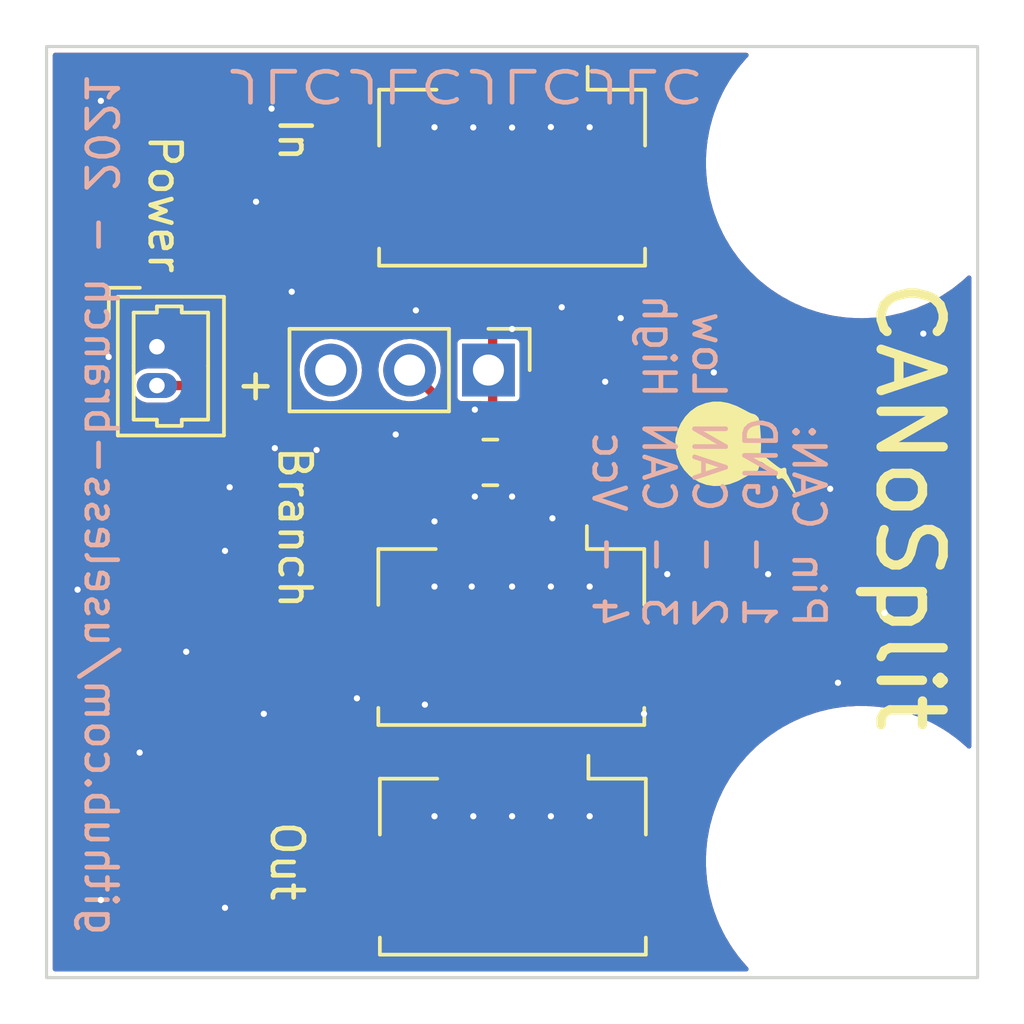
<source format=kicad_pcb>
(kicad_pcb (version 20211014) (generator pcbnew)
  (layers (0 "F.Cu" power) (31 "B.Cu" power) (34 "B.Paste" user) (35 "F.Paste" user) (36 "B.SilkS" user "B.Silkscreen") (37 "F.SilkS" user "F.Silkscreen") (38 "B.Mask" user) (39 "F.Mask" user) (44 "Edge.Cuts" user))
  (net 0 "")
  (net 1 "GND")
  (net 2 "/CAN_L")
  (net 3 "/CAN_H")
  (net 4 "+36V")
  (net 5 "Net-(JP1-Pad2)")
  (footprint "Resistor_SMD:R_0805_2012Metric" (layer "F.Cu") (at 14.3 13.4)
    (fp_text reference "R1" hide)
    (fp_text value "120R" hide)
    (fp_line (start -0.227064 -0.735) (end 0.227064 -0.735) (layer "F.SilkS") (width 0.12))
    (fp_line (start -0.227064 0.735) (end 0.227064 0.735) (layer "F.SilkS") (width 0.12))
    (pad "1" smd roundrect locked (at -0.9125 0) (size 1.025 1.4) (layers "F.Cu" "F.Paste" "F.Mask") (roundrect_rratio 0.243902439) (net 5 "Net-(JP1-Pad2)"))
    (pad "2" smd roundrect locked (at 0.9125 0) (size 1.025 1.4) (layers "F.Cu" "F.Paste" "F.Mask") (roundrect_rratio 0.243902439) (net 2 "/CAN_L"))
  )
  (footprint "Connector_Molex:Molex_PicoBlade_53047-0210_1x02_P1.25mm_Vertical" (layer "F.Cu") (at 3.556 9.672 -90)
    (fp_text reference "J4" hide)
    (fp_text value "Power in" hide)
    (fp_line (start -1.9 1.55) (end -0.9 1.55) (layer "F.SilkS") (width 0.12))
    (fp_line (start 0.625 0.75) (end 2.35 0.75) (layer "F.SilkS") (width 0.12))
    (fp_line (start 2.55 -0.8) (end 2.35 -0.8) (layer "F.SilkS") (width 0.12))
    (fp_line (start -1.1 -0.8) (end -1.1 -1.65) (layer "F.SilkS") (width 0.12))
    (fp_line (start -1.9 1.55) (end -1.9 0.55) (layer "F.SilkS") (width 0.12))
    (fp_line (start -1.3 0) (end -1.3 -0.8) (layer "F.SilkS") (width 0.12))
    (fp_line (start -1.1 0) (end -1.3 0) (layer "F.SilkS") (width 0.12))
    (fp_line (start -1.1 -1.65) (end 0.625 -1.65) (layer "F.SilkS") (width 0.12))
    (fp_line (start 0.625 0.75) (end -1.1 0.75) (layer "F.SilkS") (width 0.12))
    (fp_line (start -1.61 -2.16) (end -1.61 1.26) (layer "F.SilkS") (width 0.12))
    (fp_line (start 2.35 0) (end 2.55 0) (layer "F.SilkS") (width 0.12))
    (fp_line (start -1.3 -0.8) (end -1.1 -0.8) (layer "F.SilkS") (width 0.12))
    (fp_line (start 2.86 -2.16) (end -1.61 -2.16) (layer "F.SilkS") (width 0.12))
    (fp_line (start 2.35 0.75) (end 2.35 0) (layer "F.SilkS") (width 0.12))
    (fp_line (start 2.35 -0.8) (end 2.35 -1.65) (layer "F.SilkS") (width 0.12))
    (fp_line (start 2.55 0) (end 2.55 -0.8) (layer "F.SilkS") (width 0.12))
    (fp_line (start 2.86 1.26) (end 2.86 -2.16) (layer "F.SilkS") (width 0.12))
    (fp_line (start -1.61 1.26) (end 2.86 1.26) (layer "F.SilkS") (width 0.12))
    (fp_line (start -1.1 0.75) (end -1.1 0) (layer "F.SilkS") (width 0.12))
    (fp_line (start 2.35 -1.65) (end 0.625 -1.65) (layer "F.SilkS") (width 0.12))
    (pad "1" thru_hole roundrect locked (at 0 0 270) (size 0.8 1.3) (drill 0.5) (layers *.Cu *.Mask) (net 1 "GND"))
    (pad "2" thru_hole oval locked (at 1.25 0 270) (size 0.8 1.3) (drill 0.5) (layers *.Cu *.Mask) (net 4 "+36V"))
  )
  (footprint "ownLib:ownLogoNew" (layer "F.Cu") (at 22.2 12.8 -90)
    (fp_text reference "G***" hide)
    (fp_text value "LOGO" hide)
    (fp_poly (pts (xy 1.697912 -1.97085) (xy 1.675888 -1.941738) (xy 1.610325 -1.888294) (xy 1.501335 -1.810358) (xy 1.416429 -1.752637) (xy 1.291232 -1.667707) (xy 1.202905 -1.604188) (xy 1.146281 -1.556421) (xy 1.116191 -1.51875) (xy 1.107467 -1.485513) (xy 1.114943 -1.451053) (xy 1.123173 -1.431527) (xy 1.14061 -1.379455) (xy 1.127911 -1.347442) (xy 1.110895 -1.333236) (xy 1.057434 -1.315227) (xy 1.01916 -1.328126) (xy 0.97345 -1.339573) (xy 0.937499 -1.308407) (xy 0.909262 -1.270709) (xy 0.857846 -1.203764) (xy 0.791 -1.117612) (xy 0.728634 -1.037795) (xy 0.64483 -0.926286) (xy 0.594542 -0.848472) (xy 0.578305 -0.805235) (xy 0.582498 -0.797156) (xy 0.623952 -0.784241) (xy 0.694197 -0.769954) (xy 0.730558 -0.764183) (xy 0.84143 -0.729116) (xy 0.917283 -0.659224) (xy 0.961361 -0.551418) (xy 0.963297 -0.542576) (xy 0.986847 -0.473711) (xy 1.027597 -0.389822) (xy 1.050944 -0.35) (xy 1.198347 -0.080058) (xy 1.299195 0.186435) (xy 1.35353 0.447112) (xy 1.36139 0.699603) (xy 1.322817 0.94154) (xy 1.237849 1.170553) (xy 1.106527 1.384275) (xy 1.019926 1.48859) (xy 0.844105 1.651869) (xy 0.647921 1.782104) (xy 0.44373 1.871178) (xy 0.43204 1.874868) (xy 0.322194 1.901442) (xy 0.190129 1.922578) (xy 0.05305 1.93657) (xy -0.071835 1.941712) (xy -0.16732 1.9363) (xy -0.175 1.935039) (xy -0.428144 1.868006) (xy -0.661921 1.763421) (xy -0.870085 1.625676) (xy -1.046386 1.45916) (xy -1.184576 1.268265) (xy -1.221078 1.2) (xy -1.313434 0.964511) (xy -1.359885 0.726533) (xy -1.360174 0.483249) (xy -1.314044 0.231842) (xy -1.221237 -0.030506) (xy -1.083881 -0.302457) (xy -1.034721 -0.391614) (xy -0.997105 -0.466287) (xy -0.976897 -0.514563) (xy -0.975 -0.523679) (xy -0.955327 -0.602585) (xy -0.905982 -0.68056) (xy -0.841484 -0.737024) (xy -0.816464 -0.748417) (xy -0.744216 -0.764613) (xy -0.633688 -0.780442) (xy -0.496595 -0.794962) (xy -0.344653 -0.807233) (xy -0.189577 -0.816314) (xy -0.043085 -0.821263) (xy 0.083108 -0.82114) (xy 0.0875 -0.821018) (xy 0.3125 -0.814503) (xy 0.56617 -1.137959) (xy 0.660243 -1.258809) (xy 0.726613 -1.347167) (xy 0.769045 -1.409396) (xy 0.791303 -1.451858) (xy 0.797156 -1.480916) (xy 0.790367 -1.502932) (xy 0.786109 -1.509573) (xy 0.765608 -1.569595) (xy 0.783536 -1.618417) (xy 0.831116 -1.641803) (xy 0.865827 -1.638899) (xy 0.945041 -1.64437) (xy 0.995023 -1.671345) (xy 1.043913 -1.700122) (xy 1.127027 -1.742954) (xy 1.232702 -1.794038) (xy 1.348313 -1.847141) (xy 1.501595 -1.913774) (xy 1.61088 -1.956709) (xy 1.67628 -1.975787)) (layer "F.SilkS") (width 0) (fill solid))
  )
  (footprint "Connector_Molex:Molex_CLIK-Mate_502382-0470_1x04-1MP_P1.25mm_Vertical" (layer "F.Cu") (at 15 3.45 180)
    (fp_text reference "J1" hide)
    (fp_text value "In" hide)
    (fp_line (start 4.285 -3.61) (end 4.285 -3.06) (layer "F.SilkS") (width 0.12))
    (fp_line (start 4.285 2.06) (end 2.435 2.06) (layer "F.SilkS") (width 0.12))
    (fp_line (start -4.285 -3.61) (end 4.285 -3.61) (layer "F.SilkS") (width 0.12))
    (fp_line (start 4.285 0.26) (end 4.285 2.06) (layer "F.SilkS") (width 0.12))
    (fp_line (start -4.285 -3.06) (end -4.285 -3.61) (layer "F.SilkS") (width 0.12))
    (fp_line (start -2.435 2.06) (end -2.435 2.8) (layer "F.SilkS") (width 0.12))
    (fp_line (start -4.285 0.26) (end -4.285 2.06) (layer "F.SilkS") (width 0.12))
    (fp_line (start -4.285 2.06) (end -2.435 2.06) (layer "F.SilkS") (width 0.12))
    (pad "1" smd roundrect locked (at -1.875 1.95 180) (size 0.6 1.7) (layers "F.Cu" "F.Paste" "F.Mask") (net 1 "GND"))
    (pad "2" smd roundrect locked (at -0.625 1.95 180) (size 0.6 1.7) (layers "F.Cu" "F.Paste" "F.Mask") (net 2 "/CAN_L"))
    (pad "3" smd roundrect locked (at 0.625 1.95 180) (size 0.6 1.7) (layers "F.Cu" "F.Paste" "F.Mask") (net 3 "/CAN_H"))
    (pad "4" smd roundrect locked (at 1.875 1.95 180) (size 0.6 1.7) (layers "F.Cu" "F.Paste" "F.Mask") (net 4 "+36V"))
    (pad "MP" smd roundrect locked (at -3.725 -1.4 180) (size 1 2.8) (layers "F.Cu" "F.Paste" "F.Mask") (net 1 "GND"))
    (pad "MP" smd roundrect locked (at 3.725 -1.4 180) (size 1 2.8) (layers "F.Cu" "F.Paste" "F.Mask") (net 1 "GND"))
  )
  (footprint "ownLib:MountingHole_3.2mm_M3_no_Mask" (layer "F.Cu") (at 26.25 26.25)
    (fp_text reference "REF**" hide)
    (fp_text value "MountingHole_3.2mm_M3_no_Mask" hide)
    (pad "" np_thru_hole circle locked (at 0 0) (size 3.2 3.2) (drill 3.2) (layers *.Cu *.Mask) (clearance 3.4))
  )
  (footprint "Connector_Molex:Molex_CLIK-Mate_502382-0470_1x04-1MP_P1.25mm_Vertical" (layer "F.Cu") (at 15.025 25.65 180)
    (fp_text reference "J2" hide)
    (fp_text value "Out" hide)
    (fp_line (start -4.285 -3.61) (end 4.285 -3.61) (layer "F.SilkS") (width 0.12))
    (fp_line (start -4.285 2.06) (end -2.435 2.06) (layer "F.SilkS") (width 0.12))
    (fp_line (start -4.285 0.26) (end -4.285 2.06) (layer "F.SilkS") (width 0.12))
    (fp_line (start -4.285 -3.06) (end -4.285 -3.61) (layer "F.SilkS") (width 0.12))
    (fp_line (start 4.285 0.26) (end 4.285 2.06) (layer "F.SilkS") (width 0.12))
    (fp_line (start -2.435 2.06) (end -2.435 2.8) (layer "F.SilkS") (width 0.12))
    (fp_line (start 4.285 -3.61) (end 4.285 -3.06) (layer "F.SilkS") (width 0.12))
    (fp_line (start 4.285 2.06) (end 2.435 2.06) (layer "F.SilkS") (width 0.12))
    (pad "1" smd roundrect locked (at -1.875 1.95 180) (size 0.6 1.7) (layers "F.Cu" "F.Paste" "F.Mask") (net 1 "GND"))
    (pad "2" smd roundrect locked (at -0.625 1.95 180) (size 0.6 1.7) (layers "F.Cu" "F.Paste" "F.Mask") (net 2 "/CAN_L"))
    (pad "3" smd roundrect locked (at 0.625 1.95 180) (size 0.6 1.7) (layers "F.Cu" "F.Paste" "F.Mask") (net 3 "/CAN_H"))
    (pad "4" smd roundrect locked (at 1.875 1.95 180) (size 0.6 1.7) (layers "F.Cu" "F.Paste" "F.Mask") (net 4 "+36V"))
    (pad "MP" smd roundrect locked (at -3.725 -1.4 180) (size 1 2.8) (layers "F.Cu" "F.Paste" "F.Mask") (net 1 "GND"))
    (pad "MP" smd roundrect locked (at 3.725 -1.4 180) (size 1 2.8) (layers "F.Cu" "F.Paste" "F.Mask") (net 1 "GND"))
  )
  (footprint "Connector_Molex:Molex_CLIK-Mate_502382-0470_1x04-1MP_P1.25mm_Vertical" (layer "F.Cu") (at 14.975 18.25 180)
    (fp_text reference "J3" hide)
    (fp_text value "Branch" hide)
    (fp_line (start -4.285 -3.61) (end 4.285 -3.61) (layer "F.SilkS") (width 0.12))
    (fp_line (start 4.285 -3.61) (end 4.285 -3.06) (layer "F.SilkS") (width 0.12))
    (fp_line (start -4.285 0.26) (end -4.285 2.06) (layer "F.SilkS") (width 0.12))
    (fp_line (start 4.285 0.26) (end 4.285 2.06) (layer "F.SilkS") (width 0.12))
    (fp_line (start -2.435 2.06) (end -2.435 2.8) (layer "F.SilkS") (width 0.12))
    (fp_line (start 4.285 2.06) (end 2.435 2.06) (layer "F.SilkS") (width 0.12))
    (fp_line (start -4.285 2.06) (end -2.435 2.06) (layer "F.SilkS") (width 0.12))
    (fp_line (start -4.285 -3.06) (end -4.285 -3.61) (layer "F.SilkS") (width 0.12))
    (pad "1" smd roundrect locked (at -1.875 1.95 180) (size 0.6 1.7) (layers "F.Cu" "F.Paste" "F.Mask") (net 1 "GND"))
    (pad "2" smd roundrect locked (at -0.625 1.95 180) (size 0.6 1.7) (layers "F.Cu" "F.Paste" "F.Mask") (net 2 "/CAN_L"))
    (pad "3" smd roundrect locked (at 0.625 1.95 180) (size 0.6 1.7) (layers "F.Cu" "F.Paste" "F.Mask") (net 3 "/CAN_H"))
    (pad "4" smd roundrect locked (at 1.875 1.95 180) (size 0.6 1.7) (layers "F.Cu" "F.Paste" "F.Mask") (net 4 "+36V"))
    (pad "MP" smd roundrect locked (at -3.725 -1.4 180) (size 1 2.8) (layers "F.Cu" "F.Paste" "F.Mask") (net 1 "GND"))
    (pad "MP" smd roundrect locked (at 3.725 -1.4 180) (size 1 2.8) (layers "F.Cu" "F.Paste" "F.Mask") (net 1 "GND"))
  )
  (footprint "Connector_PinHeader_2.54mm:PinHeader_1x03_P2.54mm_Vertical" (layer "F.Cu") (at 14.2375 10.425 -90)
    (fp_text reference "JP1" hide)
    (fp_text value "Termination" hide)
    (fp_line (start -1.33 -1.33) (end 0 -1.33) (layer "F.SilkS") (width 0.12))
    (fp_line (start -1.33 0) (end -1.33 -1.33) (layer "F.SilkS") (width 0.12))
    (fp_line (start -1.33 6.41) (end 1.33 6.41) (layer "F.SilkS") (width 0.12))
    (fp_line (start -1.33 1.27) (end -1.33 6.41) (layer "F.SilkS") (width 0.12))
    (fp_line (start -1.33 1.27) (end 1.33 1.27) (layer "F.SilkS") (width 0.12))
    (fp_line (start 1.33 1.27) (end 1.33 6.41) (layer "F.SilkS") (width 0.12))
    (pad "1" thru_hole rect locked (at 0 0 270) (size 1.7 1.7) (drill 1) (layers *.Cu *.Mask) (net 3 "/CAN_H"))
    (pad "2" thru_hole oval locked (at 0 2.54 270) (size 1.7 1.7) (drill 1) (layers *.Cu *.Mask) (net 5 "Net-(JP1-Pad2)"))
    (pad "3" thru_hole oval locked (at 0 5.08 270) (size 1.7 1.7) (drill 1) (layers *.Cu *.Mask))
  )
  (footprint "ownLib:MountingHole_3.2mm_M3_no_Mask" (layer "F.Cu") (at 26.25 3.75)
    (fp_text reference "REF**" hide)
    (fp_text value "MountingHole_3.2mm_M3_no_Mask" hide)
    (pad "" np_thru_hole circle locked (at 0 0) (size 3.2 3.2) (drill 3.2) (layers *.Cu *.Mask) (clearance 3.4))
  )
  (gr_rect (start 0 0) (end 30 30) (layer "Edge.Cuts") (width 0.1) (fill none))
  (gr_text "Pin CAN:\n1 - GND\n2 - CAN Low\n3 - CAN High\n4 - Vcc" (at 21.336 18.796 270) (layer "B.SilkS") (effects (font (size 1 1)) (justify left mirror)))
  (gr_text "github.com/useless-branch - 2021" (at 1.75 14.75 270) (layer "B.SilkS") (effects (font (size 1 1)) (justify mirror)))
  (gr_text "JLCJLCJLCJLC" (at 13.5 1.25 -180) (layer "B.SilkS") (effects (font (size 1 1.5)) (justify mirror)))
  (gr_text "CANoSplit" (at 27.8 14.8 270) (layer "F.SilkS") (effects (font (size 2 2) (thickness 0.3))))
  (gr_text "In" (at 8 3 270) (layer "F.SilkS") (effects (font (size 1 1))))
  (gr_text "Out" (at 7.75 26.25 270) (layer "F.SilkS") (effects (font (size 1 1))))
  (gr_text "+" (at 6.736595 10.872656) (layer "F.SilkS") (effects (font (size 1 1))))
  (gr_text "Power" (at 3.81 5.08 270) (layer "F.SilkS") (effects (font (size 1 1))))
  (gr_text "Branch" (at 8 15.5 270) (layer "F.SilkS") (effects (font (size 1 1))))
  (via (at 12.5 17.4) (size 0.45) (drill 0.2) (layers "F.Cu" "B.Cu") (net 1))
  (via (at 7.355394 12.939775) (size 0.45) (drill 0.2) (layers "F.Cu" "B.Cu") (net 1))
  (via (at 13.749138 2.605459) (size 0.45) (drill 0.2) (layers "F.Cu" "B.Cu") (net 1))
  (via (at 7.9 7.9) (size 0.45) (drill 0.2) (layers "F.Cu" "B.Cu") (net 1))
  (via (at 8.7 13) (size 0.45) (drill 0.2) (layers "F.Cu" "B.Cu") (net 1))
  (via (at 13.7 17.4) (size 0.45) (drill 0.2) (layers "F.Cu" "B.Cu") (net 1))
  (via (at 6.75 5) (size 0.45) (drill 0.2) (layers "F.Cu" "B.Cu") (net 1))
  (via (at 15 24.8) (size 0.45) (drill 0.2) (layers "F.Cu" "B.Cu") (net 1))
  (via (at 12.5 15.3) (size 0.45) (drill 0.2) (layers "F.Cu" "B.Cu") (net 1))
  (via (at 5.75 16.25) (size 0.45) (drill 0.2) (layers "F.Cu" "B.Cu") (net 1))
  (via (at 12.5 24.8) (size 0.45) (drill 0.2) (layers "F.Cu" "B.Cu") (net 1))
  (via (at 15 17.4) (size 0.45) (drill 0.2) (layers "F.Cu" "B.Cu") (net 1))
  (via (at 1.75 27.5) (size 0.45) (drill 0.2) (layers "F.Cu" "B.Cu") (net 1))
  (via (at 23.25 17) (size 0.45) (drill 0.2) (layers "F.Cu" "B.Cu") (net 1))
  (via (at 11.25 12.5) (size 0.45) (drill 0.2) (layers "F.Cu" "B.Cu") (net 1))
  (via (at 16.6 8.4) (size 0.45) (drill 0.2) (layers "F.Cu" "B.Cu") (net 1))
  (via (at 2 10) (size 0.45) (drill 0.2) (layers "F.Cu" "B.Cu") (net 1))
  (via (at 7.25 2) (size 0.45) (drill 0.2) (layers "F.Cu" "B.Cu") (net 1))
  (via (at 1.75 1.75) (size 0.45) (drill 0.2) (layers "F.Cu" "B.Cu") (net 1))
  (via (at 5.9 14.2) (size 0.45) (drill 0.2) (layers "F.Cu" "B.Cu") (net 1))
  (via (at 28.25 9.25) (size 0.45) (drill 0.2) (layers "F.Cu" "B.Cu") (net 1))
  (via (at 16.3 15.2) (size 0.45) (drill 0.2) (layers "F.Cu" "B.Cu") (net 1))
  (via (at 12.5 2.6) (size 0.45) (drill 0.2) (layers "F.Cu" "B.Cu") (net 1))
  (via (at 17.5 24.8) (size 0.45) (drill 0.2) (layers "F.Cu" "B.Cu") (net 1))
  (via (at 19.25 21.5) (size 0.45) (drill 0.2) (layers "F.Cu" "B.Cu") (net 1))
  (via (at 12.190473 21.204047) (size 0.45) (drill 0.2) (layers "F.Cu" "B.Cu") (net 1))
  (via (at 25.25 14.25) (size 0.45) (drill 0.2) (layers "F.Cu" "B.Cu") (net 1))
  (via (at 18 10.8) (size 0.45) (drill 0.2) (layers "F.Cu" "B.Cu") (net 1))
  (via (at 27 18.25) (size 0.45) (drill 0.2) (layers "F.Cu" "B.Cu") (net 1))
  (via (at 10 21) (size 0.45) (drill 0.2) (layers "F.Cu" "B.Cu") (net 1))
  (via (at 16.249764 2.59454) (size 0.45) (drill 0.2) (layers "F.Cu" "B.Cu") (net 1))
  (via (at 4.5 19.5) (size 0.45) (drill 0.2) (layers "F.Cu" "B.Cu") (net 1))
  (via (at 11.9 8.5) (size 0.45) (drill 0.2) (layers "F.Cu" "B.Cu") (net 1))
  (via (at 20 17) (size 0.45) (drill 0.2) (layers "F.Cu" "B.Cu") (net 1))
  (via (at 15 9.1) (size 0.45) (drill 0.2) (layers "F.Cu" "B.Cu") (net 1))
  (via (at 13.8 11.7) (size 0.45) (drill 0.2) (layers "F.Cu" "B.Cu") (net 1))
  (via (at 17.5 2.6) (size 0.45) (drill 0.2) (layers "F.Cu" "B.Cu") (net 1))
  (via (at 13.75 24.8) (size 0.45) (drill 0.2) (layers "F.Cu" "B.Cu") (net 1))
  (via (at 15 14.5) (size 0.45) (drill 0.2) (layers "F.Cu" "B.Cu") (net 1))
  (via (at 13.8 14.5) (size 0.45) (drill 0.2) (layers "F.Cu" "B.Cu") (net 1))
  (via (at 7 21.5) (size 0.45) (drill 0.2) (layers "F.Cu" "B.Cu") (net 1))
  (via (at 1 17.5) (size 0.45) (drill 0.2) (layers "F.Cu" "B.Cu") (net 1))
  (via (at 16.25 24.8) (size 0.45) (drill 0.2) (layers "F.Cu" "B.Cu") (net 1))
  (via (at 3 22.75) (size 0.45) (drill 0.2) (layers "F.Cu" "B.Cu") (net 1))
  (via (at 17.5 17.4) (size 0.45) (drill 0.2) (layers "F.Cu" "B.Cu") (net 1))
  (via (at 16.25 17.4) (size 0.45) (drill 0.2) (layers "F.Cu" "B.Cu") (net 1))
  (via (at 14.999451 2.610919) (size 0.45) (drill 0.2) (layers "F.Cu" "B.Cu") (net 1))
  (via (at 21.5 10.5) (size 0.45) (drill 0.2) (layers "F.Cu" "B.Cu") (net 1))
  (via (at 25.5 20.5) (size 0.45) (drill 0.2) (layers "F.Cu" "B.Cu") (net 1))
  (via (at 18.5 8.75) (size 0.45) (drill 0.2) (layers "F.Cu" "B.Cu") (net 1))
  (via (at 5.75 27.75) (size 0.45) (drill 0.2) (layers "F.Cu" "B.Cu") (net 1))
  (segment (start 15.625 23.675) (end 15.65 23.7) (width 0.3) (layer "F.Cu") (net 2))
  (segment (start 15.625 1.5) (end 15.625 23.675) (width 0.3) (layer "F.Cu") (net 2))
  (segment (start 14.375 1.5) (end 14.375 23.675) (width 0.3) (layer "F.Cu") (net 3))
  (segment (start 14.375 23.675) (end 14.4 23.7) (width 0.3) (layer "F.Cu") (net 3))
  (segment (start 3.556 10.922) (end 4.927 10.922) (width 0.3) (layer "F.Cu") (net 4))
  (segment (start 13.1 16.3) (end 13.1 23.65) (width 0.3) (layer "F.Cu") (net 4))
  (segment (start 13.1 16.3) (end 13.1 15.1) (width 0.3) (layer "F.Cu") (net 4))
  (segment (start 5.878 10.922) (end 4.927 10.922) (width 0.3) (layer "F.Cu") (net 4))
  (segment (start 7.3 14.4) (end 5.878 12.978) (width 0.3) (layer "F.Cu") (net 4))
  (segment (start 13.125 5.184064) (end 9.809064 8.5) (width 0.3) (layer "F.Cu") (net 4))
  (segment (start 13.1 15.1) (end 12.4 14.4) (width 0.3) (layer "F.Cu") (net 4))
  (segment (start 8.3 8.5) (end 5.878 10.922) (width 0.3) (layer "F.Cu") (net 4))
  (segment (start 13.1 23.65) (end 13.15 23.7) (width 0.3) (layer "F.Cu") (net 4))
  (segment (start 5.878 12.978) (end 5.878 10.922) (width 0.3) (layer "F.Cu") (net 4))
  (segment (start 9.809064 8.5) (end 8.3 8.5) (width 0.3) (layer "F.Cu") (net 4))
  (segment (start 13.125 1.5) (end 13.125 5.184064) (width 0.3) (layer "F.Cu") (net 4))
  (segment (start 12.4 14.4) (end 7.3 14.4) (width 0.3) (layer "F.Cu") (net 4))
  (segment (start 13.3875 12.115) (end 11.6975 10.425) (width 0.3) (layer "F.Cu") (net 5))
  (segment (start 13.3875 13.4) (end 13.3875 12.115) (width 0.3) (layer "F.Cu") (net 5))
  (zone (net 1) (net_name "GND") (layers F&B.Cu) (connect_pads yes (clearance 0.15)) (min_thickness 0.15) (fill yes (thermal_gap 0.508) (thermal_bridge_width 0.508))
    (polygon (pts (xy 31.5 31.5) (xy -1.5 31.5) (xy -1.5 -1.5) (xy 31.5 -1.5)))
  )
  (zone (net 0) (net_name "") (layer "F.Cu") (connect_pads (clearance 0)) (min_thickness 0.254)
    (keepout (tracks allowed) (vias allowed) (pads allowed) (copperpour not_allowed) (footprints allowed))
    (fill (thermal_gap 0.508) (thermal_bridge_width 0.508))
    (polygon (pts (xy 15.6 12.6) (xy 14.4 12.6) (xy 14.4 11.3) (xy 15.6 11.1)))
  )
)
</source>
